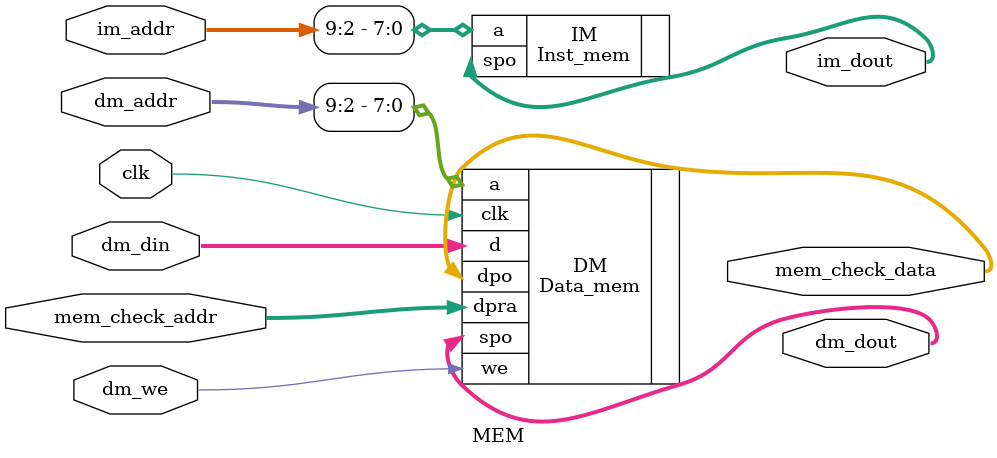
<source format=v>
module MEM(
    input clk,

    // MEM Data BUS with CPU
	// IM port
    input [31:0] im_addr,
    output [31:0] im_dout,
	
	// DM port
    input  [31:0] dm_addr,
    input dm_we,
    input  [31:0] dm_din,
    output [31:0] dm_dout,

    // MEM Debug BUS
    input [31:0] mem_check_addr,
    output [31:0] mem_check_data
);

//IM
    Inst_mem IM(
       .a(im_addr[9:2]),
       .spo(im_dout)
    );

//DM
    Data_mem DM(
        .a(dm_addr[9:2]),
     .d(dm_din),
     .dpra(mem_check_addr),
     .clk(clk),
     .we(dm_we),  
     .spo(dm_dout),    
     .dpo(mem_check_data)  
    );

endmodule

</source>
